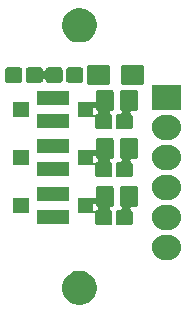
<source format=gbr>
G04 #@! TF.GenerationSoftware,KiCad,Pcbnew,(5.0.0)*
G04 #@! TF.CreationDate,2018-11-06T13:04:42+03:00*
G04 #@! TF.ProjectId,NeoP_6W,4E656F505F36572E6B696361645F7063,rev?*
G04 #@! TF.SameCoordinates,Original*
G04 #@! TF.FileFunction,Soldermask,Top*
G04 #@! TF.FilePolarity,Negative*
%FSLAX46Y46*%
G04 Gerber Fmt 4.6, Leading zero omitted, Abs format (unit mm)*
G04 Created by KiCad (PCBNEW (5.0.0)) date 11/06/18 13:04:42*
%MOMM*%
%LPD*%
G01*
G04 APERTURE LIST*
%ADD10C,0.100000*%
G04 APERTURE END LIST*
D10*
G36*
X114722947Y-99189722D02*
X114986833Y-99299027D01*
X115224324Y-99457713D01*
X115426287Y-99659676D01*
X115584973Y-99897167D01*
X115694278Y-100161053D01*
X115750000Y-100441186D01*
X115750000Y-100726814D01*
X115694278Y-101006947D01*
X115584973Y-101270833D01*
X115426287Y-101508324D01*
X115224324Y-101710287D01*
X114986833Y-101868973D01*
X114722947Y-101978278D01*
X114442814Y-102034000D01*
X114157186Y-102034000D01*
X113877053Y-101978278D01*
X113613167Y-101868973D01*
X113375676Y-101710287D01*
X113173713Y-101508324D01*
X113015027Y-101270833D01*
X112905722Y-101006947D01*
X112850000Y-100726814D01*
X112850000Y-100441186D01*
X112905722Y-100161053D01*
X113015027Y-99897167D01*
X113173713Y-99659676D01*
X113375676Y-99457713D01*
X113613167Y-99299027D01*
X113877053Y-99189722D01*
X114157186Y-99134000D01*
X114442814Y-99134000D01*
X114722947Y-99189722D01*
X114722947Y-99189722D01*
G37*
G36*
X122026903Y-96106789D02*
X122227391Y-96167607D01*
X122412164Y-96266369D01*
X122574118Y-96399282D01*
X122707031Y-96561236D01*
X122805793Y-96746009D01*
X122866611Y-96946497D01*
X122887146Y-97155000D01*
X122866611Y-97363503D01*
X122805793Y-97563991D01*
X122707031Y-97748764D01*
X122574118Y-97910718D01*
X122412164Y-98043631D01*
X122227391Y-98142393D01*
X122026903Y-98203211D01*
X121870651Y-98218600D01*
X121461349Y-98218600D01*
X121305097Y-98203211D01*
X121104609Y-98142393D01*
X120919836Y-98043631D01*
X120757882Y-97910718D01*
X120624969Y-97748764D01*
X120526207Y-97563991D01*
X120465389Y-97363503D01*
X120444854Y-97155000D01*
X120465389Y-96946497D01*
X120526207Y-96746009D01*
X120624969Y-96561236D01*
X120757882Y-96399282D01*
X120919836Y-96266369D01*
X121104609Y-96167607D01*
X121305097Y-96106789D01*
X121461349Y-96091400D01*
X121870651Y-96091400D01*
X122026903Y-96106789D01*
X122026903Y-96106789D01*
G37*
G36*
X122026903Y-93566789D02*
X122227391Y-93627607D01*
X122412164Y-93726369D01*
X122574118Y-93859282D01*
X122707031Y-94021236D01*
X122805793Y-94206009D01*
X122866611Y-94406497D01*
X122887146Y-94615000D01*
X122866611Y-94823503D01*
X122805793Y-95023991D01*
X122707031Y-95208764D01*
X122574118Y-95370718D01*
X122412164Y-95503631D01*
X122227391Y-95602393D01*
X122026903Y-95663211D01*
X121870651Y-95678600D01*
X121461349Y-95678600D01*
X121305097Y-95663211D01*
X121104609Y-95602393D01*
X120919836Y-95503631D01*
X120757882Y-95370718D01*
X120624969Y-95208764D01*
X120526207Y-95023991D01*
X120465389Y-94823503D01*
X120444854Y-94615000D01*
X120465389Y-94406497D01*
X120526207Y-94206009D01*
X120624969Y-94021236D01*
X120757882Y-93859282D01*
X120919836Y-93726369D01*
X121104609Y-93627607D01*
X121305097Y-93566789D01*
X121461349Y-93551400D01*
X121870651Y-93551400D01*
X122026903Y-93566789D01*
X122026903Y-93566789D01*
G37*
G36*
X119060530Y-91958710D02*
X119110379Y-91973831D01*
X119156311Y-91998382D01*
X119196574Y-92031426D01*
X119229618Y-92071689D01*
X119254169Y-92117621D01*
X119269290Y-92167470D01*
X119275000Y-92225444D01*
X119275000Y-93480556D01*
X119269290Y-93538530D01*
X119254169Y-93588379D01*
X119229618Y-93634311D01*
X119196574Y-93674574D01*
X119156311Y-93707618D01*
X119110379Y-93732169D01*
X119060530Y-93747290D01*
X119002556Y-93753000D01*
X118730040Y-93753000D01*
X118705654Y-93755402D01*
X118682205Y-93762515D01*
X118660594Y-93774066D01*
X118641652Y-93789612D01*
X118626106Y-93808554D01*
X118614555Y-93830165D01*
X118607442Y-93853614D01*
X118605040Y-93878000D01*
X118607442Y-93902386D01*
X118614555Y-93925835D01*
X118626106Y-93947446D01*
X118641652Y-93966388D01*
X118671115Y-93988240D01*
X118698444Y-94002848D01*
X118740027Y-94036973D01*
X118774154Y-94078558D01*
X118799507Y-94125990D01*
X118815123Y-94177470D01*
X118821000Y-94237140D01*
X118821000Y-95024860D01*
X118815123Y-95084530D01*
X118799507Y-95136010D01*
X118774154Y-95183442D01*
X118740027Y-95225027D01*
X118698442Y-95259154D01*
X118651010Y-95284507D01*
X118599530Y-95300123D01*
X118539860Y-95306000D01*
X117652140Y-95306000D01*
X117592470Y-95300123D01*
X117540990Y-95284507D01*
X117493558Y-95259154D01*
X117451973Y-95225027D01*
X117417846Y-95183442D01*
X117392493Y-95136010D01*
X117376877Y-95084530D01*
X117371000Y-95024860D01*
X117371000Y-94237140D01*
X117376877Y-94177470D01*
X117392493Y-94125990D01*
X117417846Y-94078558D01*
X117451973Y-94036973D01*
X117493558Y-94002846D01*
X117540990Y-93977493D01*
X117592470Y-93961877D01*
X117652140Y-93956000D01*
X117809353Y-93956000D01*
X117833739Y-93953598D01*
X117857188Y-93946485D01*
X117878799Y-93934934D01*
X117897741Y-93919388D01*
X117913287Y-93900446D01*
X117924838Y-93878835D01*
X117931951Y-93855386D01*
X117934353Y-93831000D01*
X117931951Y-93806614D01*
X117924838Y-93783165D01*
X117913287Y-93761554D01*
X117897741Y-93742612D01*
X117878799Y-93727066D01*
X117868277Y-93720759D01*
X117843686Y-93707615D01*
X117803426Y-93674574D01*
X117770382Y-93634311D01*
X117745831Y-93588379D01*
X117730710Y-93538530D01*
X117725000Y-93480556D01*
X117725000Y-92225444D01*
X117730710Y-92167470D01*
X117745831Y-92117621D01*
X117770382Y-92071689D01*
X117803426Y-92031426D01*
X117843689Y-91998382D01*
X117889621Y-91973831D01*
X117939470Y-91958710D01*
X117997444Y-91953000D01*
X119002556Y-91953000D01*
X119060530Y-91958710D01*
X119060530Y-91958710D01*
G37*
G36*
X117010530Y-91958710D02*
X117060379Y-91973831D01*
X117106311Y-91998382D01*
X117146574Y-92031426D01*
X117179618Y-92071689D01*
X117204169Y-92117621D01*
X117219290Y-92167470D01*
X117225000Y-92225444D01*
X117225000Y-93480556D01*
X117219290Y-93538530D01*
X117204169Y-93588379D01*
X117179618Y-93634311D01*
X117146574Y-93674574D01*
X117106311Y-93707618D01*
X117060379Y-93732169D01*
X117010530Y-93747290D01*
X116964466Y-93751827D01*
X116940433Y-93756608D01*
X116917794Y-93765985D01*
X116897419Y-93779599D01*
X116880092Y-93796926D01*
X116866479Y-93817301D01*
X116857101Y-93839940D01*
X116852321Y-93863973D01*
X116852321Y-93888478D01*
X116857102Y-93912511D01*
X116866479Y-93935150D01*
X116880093Y-93955525D01*
X116897420Y-93972852D01*
X116917794Y-93986465D01*
X116948444Y-94002848D01*
X116990027Y-94036973D01*
X117024154Y-94078558D01*
X117049507Y-94125990D01*
X117065123Y-94177470D01*
X117071000Y-94237140D01*
X117071000Y-95024860D01*
X117065123Y-95084530D01*
X117049507Y-95136010D01*
X117024154Y-95183442D01*
X116990027Y-95225027D01*
X116948442Y-95259154D01*
X116901010Y-95284507D01*
X116849530Y-95300123D01*
X116789860Y-95306000D01*
X115902140Y-95306000D01*
X115842470Y-95300123D01*
X115790990Y-95284507D01*
X115743558Y-95259154D01*
X115701973Y-95225027D01*
X115667846Y-95183442D01*
X115642493Y-95136010D01*
X115626877Y-95084530D01*
X115621000Y-95024860D01*
X115621000Y-94340000D01*
X115618598Y-94315614D01*
X115611485Y-94292165D01*
X115599934Y-94270554D01*
X115584388Y-94251612D01*
X115565446Y-94236066D01*
X115543835Y-94224515D01*
X115520386Y-94217402D01*
X115496000Y-94215000D01*
X114142000Y-94215000D01*
X114142000Y-93594291D01*
X115442000Y-93594291D01*
X115442000Y-94004400D01*
X115444402Y-94028786D01*
X115451515Y-94052235D01*
X115463066Y-94073846D01*
X115478612Y-94092788D01*
X115497554Y-94108334D01*
X115519165Y-94119885D01*
X115542614Y-94126998D01*
X115567000Y-94129400D01*
X115591386Y-94126998D01*
X115614835Y-94119885D01*
X115636446Y-94108334D01*
X115655388Y-94092788D01*
X115663627Y-94083699D01*
X115701973Y-94036973D01*
X115743558Y-94002846D01*
X115790990Y-93977493D01*
X115826031Y-93966864D01*
X115848670Y-93957487D01*
X115869044Y-93943873D01*
X115886372Y-93926546D01*
X115899986Y-93906171D01*
X115909363Y-93883532D01*
X115914144Y-93859499D01*
X115914144Y-93834995D01*
X115909364Y-93810961D01*
X115899987Y-93788322D01*
X115886373Y-93767948D01*
X115869046Y-93750620D01*
X115848671Y-93737006D01*
X115793688Y-93707617D01*
X115753426Y-93674574D01*
X115720382Y-93634311D01*
X115695831Y-93588379D01*
X115686618Y-93558006D01*
X115677241Y-93535367D01*
X115663627Y-93514993D01*
X115646300Y-93497665D01*
X115625925Y-93484051D01*
X115603287Y-93474674D01*
X115579253Y-93469893D01*
X115554749Y-93469893D01*
X115530715Y-93474673D01*
X115508076Y-93484050D01*
X115487702Y-93497664D01*
X115470374Y-93514991D01*
X115456760Y-93535366D01*
X115447383Y-93558004D01*
X115442602Y-93582038D01*
X115442000Y-93594291D01*
X114142000Y-93594291D01*
X114142000Y-93015000D01*
X115550000Y-93015000D01*
X115574386Y-93012598D01*
X115597835Y-93005485D01*
X115619446Y-92993934D01*
X115638388Y-92978388D01*
X115653934Y-92959446D01*
X115665485Y-92937835D01*
X115672598Y-92914386D01*
X115675000Y-92890000D01*
X115675000Y-92225444D01*
X115680710Y-92167470D01*
X115695831Y-92117621D01*
X115720382Y-92071689D01*
X115753426Y-92031426D01*
X115793689Y-91998382D01*
X115839621Y-91973831D01*
X115889470Y-91958710D01*
X115947444Y-91953000D01*
X116952556Y-91953000D01*
X117010530Y-91958710D01*
X117010530Y-91958710D01*
G37*
G36*
X113442000Y-95165000D02*
X110713000Y-95165000D01*
X110713000Y-93965000D01*
X113442000Y-93965000D01*
X113442000Y-95165000D01*
X113442000Y-95165000D01*
G37*
G36*
X110013000Y-94215000D02*
X108713000Y-94215000D01*
X108713000Y-93015000D01*
X110013000Y-93015000D01*
X110013000Y-94215000D01*
X110013000Y-94215000D01*
G37*
G36*
X113442000Y-93265000D02*
X110713000Y-93265000D01*
X110713000Y-92065000D01*
X113442000Y-92065000D01*
X113442000Y-93265000D01*
X113442000Y-93265000D01*
G37*
G36*
X122026903Y-91026789D02*
X122227391Y-91087607D01*
X122412164Y-91186369D01*
X122574118Y-91319282D01*
X122707031Y-91481236D01*
X122805793Y-91666009D01*
X122866611Y-91866497D01*
X122887146Y-92075000D01*
X122866611Y-92283503D01*
X122805793Y-92483991D01*
X122707031Y-92668764D01*
X122574118Y-92830718D01*
X122412164Y-92963631D01*
X122227391Y-93062393D01*
X122026903Y-93123211D01*
X121870651Y-93138600D01*
X121461349Y-93138600D01*
X121305097Y-93123211D01*
X121104609Y-93062393D01*
X120919836Y-92963631D01*
X120757882Y-92830718D01*
X120624969Y-92668764D01*
X120526207Y-92483991D01*
X120465389Y-92283503D01*
X120444854Y-92075000D01*
X120465389Y-91866497D01*
X120526207Y-91666009D01*
X120624969Y-91481236D01*
X120757882Y-91319282D01*
X120919836Y-91186369D01*
X121104609Y-91087607D01*
X121305097Y-91026789D01*
X121461349Y-91011400D01*
X121870651Y-91011400D01*
X122026903Y-91026789D01*
X122026903Y-91026789D01*
G37*
G36*
X117010530Y-87894710D02*
X117060379Y-87909831D01*
X117106311Y-87934382D01*
X117146574Y-87967426D01*
X117179618Y-88007689D01*
X117204169Y-88053621D01*
X117219290Y-88103470D01*
X117225000Y-88161444D01*
X117225000Y-89416556D01*
X117219290Y-89474530D01*
X117204169Y-89524379D01*
X117179618Y-89570311D01*
X117146574Y-89610574D01*
X117106311Y-89643618D01*
X117060379Y-89668169D01*
X117010530Y-89683290D01*
X116964466Y-89687827D01*
X116940433Y-89692608D01*
X116917794Y-89701985D01*
X116897419Y-89715599D01*
X116880092Y-89732926D01*
X116866479Y-89753301D01*
X116857101Y-89775940D01*
X116852321Y-89799973D01*
X116852321Y-89824478D01*
X116857102Y-89848511D01*
X116866479Y-89871150D01*
X116880093Y-89891525D01*
X116897420Y-89908852D01*
X116917794Y-89922465D01*
X116948444Y-89938848D01*
X116990027Y-89972973D01*
X117024154Y-90014558D01*
X117049507Y-90061990D01*
X117065123Y-90113470D01*
X117071000Y-90173140D01*
X117071000Y-90960860D01*
X117065123Y-91020530D01*
X117049507Y-91072010D01*
X117024154Y-91119442D01*
X116990027Y-91161027D01*
X116948442Y-91195154D01*
X116901010Y-91220507D01*
X116849530Y-91236123D01*
X116789860Y-91242000D01*
X115902140Y-91242000D01*
X115842470Y-91236123D01*
X115790990Y-91220507D01*
X115743558Y-91195154D01*
X115701973Y-91161027D01*
X115667846Y-91119442D01*
X115642493Y-91072010D01*
X115626877Y-91020530D01*
X115621000Y-90960860D01*
X115621000Y-90276000D01*
X115618598Y-90251614D01*
X115611485Y-90228165D01*
X115599934Y-90206554D01*
X115584388Y-90187612D01*
X115565446Y-90172066D01*
X115543835Y-90160515D01*
X115520386Y-90153402D01*
X115496000Y-90151000D01*
X114142000Y-90151000D01*
X114142000Y-89530291D01*
X115442000Y-89530291D01*
X115442000Y-89940400D01*
X115444402Y-89964786D01*
X115451515Y-89988235D01*
X115463066Y-90009846D01*
X115478612Y-90028788D01*
X115497554Y-90044334D01*
X115519165Y-90055885D01*
X115542614Y-90062998D01*
X115567000Y-90065400D01*
X115591386Y-90062998D01*
X115614835Y-90055885D01*
X115636446Y-90044334D01*
X115655388Y-90028788D01*
X115663627Y-90019699D01*
X115701973Y-89972973D01*
X115743558Y-89938846D01*
X115790990Y-89913493D01*
X115826031Y-89902864D01*
X115848670Y-89893487D01*
X115869044Y-89879873D01*
X115886372Y-89862546D01*
X115899986Y-89842171D01*
X115909363Y-89819532D01*
X115914144Y-89795499D01*
X115914144Y-89770995D01*
X115909364Y-89746961D01*
X115899987Y-89724322D01*
X115886373Y-89703948D01*
X115869046Y-89686620D01*
X115848671Y-89673006D01*
X115793688Y-89643617D01*
X115753426Y-89610574D01*
X115720382Y-89570311D01*
X115695831Y-89524379D01*
X115686618Y-89494006D01*
X115677241Y-89471367D01*
X115663627Y-89450993D01*
X115646300Y-89433665D01*
X115625925Y-89420051D01*
X115603287Y-89410674D01*
X115579253Y-89405893D01*
X115554749Y-89405893D01*
X115530715Y-89410673D01*
X115508076Y-89420050D01*
X115487702Y-89433664D01*
X115470374Y-89450991D01*
X115456760Y-89471366D01*
X115447383Y-89494004D01*
X115442602Y-89518038D01*
X115442000Y-89530291D01*
X114142000Y-89530291D01*
X114142000Y-88951000D01*
X115550000Y-88951000D01*
X115574386Y-88948598D01*
X115597835Y-88941485D01*
X115619446Y-88929934D01*
X115638388Y-88914388D01*
X115653934Y-88895446D01*
X115665485Y-88873835D01*
X115672598Y-88850386D01*
X115675000Y-88826000D01*
X115675000Y-88161444D01*
X115680710Y-88103470D01*
X115695831Y-88053621D01*
X115720382Y-88007689D01*
X115753426Y-87967426D01*
X115793689Y-87934382D01*
X115839621Y-87909831D01*
X115889470Y-87894710D01*
X115947444Y-87889000D01*
X116952556Y-87889000D01*
X117010530Y-87894710D01*
X117010530Y-87894710D01*
G37*
G36*
X119060530Y-87894710D02*
X119110379Y-87909831D01*
X119156311Y-87934382D01*
X119196574Y-87967426D01*
X119229618Y-88007689D01*
X119254169Y-88053621D01*
X119269290Y-88103470D01*
X119275000Y-88161444D01*
X119275000Y-89416556D01*
X119269290Y-89474530D01*
X119254169Y-89524379D01*
X119229618Y-89570311D01*
X119196574Y-89610574D01*
X119156311Y-89643618D01*
X119110379Y-89668169D01*
X119060530Y-89683290D01*
X119002556Y-89689000D01*
X118730040Y-89689000D01*
X118705654Y-89691402D01*
X118682205Y-89698515D01*
X118660594Y-89710066D01*
X118641652Y-89725612D01*
X118626106Y-89744554D01*
X118614555Y-89766165D01*
X118607442Y-89789614D01*
X118605040Y-89814000D01*
X118607442Y-89838386D01*
X118614555Y-89861835D01*
X118626106Y-89883446D01*
X118641652Y-89902388D01*
X118671115Y-89924240D01*
X118698444Y-89938848D01*
X118740027Y-89972973D01*
X118774154Y-90014558D01*
X118799507Y-90061990D01*
X118815123Y-90113470D01*
X118821000Y-90173140D01*
X118821000Y-90960860D01*
X118815123Y-91020530D01*
X118799507Y-91072010D01*
X118774154Y-91119442D01*
X118740027Y-91161027D01*
X118698442Y-91195154D01*
X118651010Y-91220507D01*
X118599530Y-91236123D01*
X118539860Y-91242000D01*
X117652140Y-91242000D01*
X117592470Y-91236123D01*
X117540990Y-91220507D01*
X117493558Y-91195154D01*
X117451973Y-91161027D01*
X117417846Y-91119442D01*
X117392493Y-91072010D01*
X117376877Y-91020530D01*
X117371000Y-90960860D01*
X117371000Y-90173140D01*
X117376877Y-90113470D01*
X117392493Y-90061990D01*
X117417846Y-90014558D01*
X117451973Y-89972973D01*
X117493558Y-89938846D01*
X117540990Y-89913493D01*
X117592470Y-89897877D01*
X117652140Y-89892000D01*
X117809353Y-89892000D01*
X117833739Y-89889598D01*
X117857188Y-89882485D01*
X117878799Y-89870934D01*
X117897741Y-89855388D01*
X117913287Y-89836446D01*
X117924838Y-89814835D01*
X117931951Y-89791386D01*
X117934353Y-89767000D01*
X117931951Y-89742614D01*
X117924838Y-89719165D01*
X117913287Y-89697554D01*
X117897741Y-89678612D01*
X117878799Y-89663066D01*
X117868277Y-89656759D01*
X117843686Y-89643615D01*
X117803426Y-89610574D01*
X117770382Y-89570311D01*
X117745831Y-89524379D01*
X117730710Y-89474530D01*
X117725000Y-89416556D01*
X117725000Y-88161444D01*
X117730710Y-88103470D01*
X117745831Y-88053621D01*
X117770382Y-88007689D01*
X117803426Y-87967426D01*
X117843689Y-87934382D01*
X117889621Y-87909831D01*
X117939470Y-87894710D01*
X117997444Y-87889000D01*
X119002556Y-87889000D01*
X119060530Y-87894710D01*
X119060530Y-87894710D01*
G37*
G36*
X113442000Y-91101000D02*
X110713000Y-91101000D01*
X110713000Y-89901000D01*
X113442000Y-89901000D01*
X113442000Y-91101000D01*
X113442000Y-91101000D01*
G37*
G36*
X122026903Y-88486789D02*
X122227391Y-88547607D01*
X122412164Y-88646369D01*
X122574118Y-88779282D01*
X122707031Y-88941236D01*
X122805793Y-89126009D01*
X122866611Y-89326497D01*
X122887146Y-89535000D01*
X122866611Y-89743503D01*
X122805793Y-89943991D01*
X122707031Y-90128764D01*
X122574118Y-90290718D01*
X122412164Y-90423631D01*
X122227391Y-90522393D01*
X122026903Y-90583211D01*
X121870651Y-90598600D01*
X121461349Y-90598600D01*
X121305097Y-90583211D01*
X121104609Y-90522393D01*
X120919836Y-90423631D01*
X120757882Y-90290718D01*
X120624969Y-90128764D01*
X120526207Y-89943991D01*
X120465389Y-89743503D01*
X120444854Y-89535000D01*
X120465389Y-89326497D01*
X120526207Y-89126009D01*
X120624969Y-88941236D01*
X120757882Y-88779282D01*
X120919836Y-88646369D01*
X121104609Y-88547607D01*
X121305097Y-88486789D01*
X121461349Y-88471400D01*
X121870651Y-88471400D01*
X122026903Y-88486789D01*
X122026903Y-88486789D01*
G37*
G36*
X110013000Y-90151000D02*
X108713000Y-90151000D01*
X108713000Y-88951000D01*
X110013000Y-88951000D01*
X110013000Y-90151000D01*
X110013000Y-90151000D01*
G37*
G36*
X113442000Y-89201000D02*
X110713000Y-89201000D01*
X110713000Y-88001000D01*
X113442000Y-88001000D01*
X113442000Y-89201000D01*
X113442000Y-89201000D01*
G37*
G36*
X122026903Y-85946789D02*
X122227391Y-86007607D01*
X122412164Y-86106369D01*
X122574118Y-86239282D01*
X122707031Y-86401236D01*
X122805793Y-86586009D01*
X122866611Y-86786497D01*
X122887146Y-86995000D01*
X122866611Y-87203503D01*
X122805793Y-87403991D01*
X122707031Y-87588764D01*
X122574118Y-87750718D01*
X122412164Y-87883631D01*
X122227391Y-87982393D01*
X122026903Y-88043211D01*
X121870651Y-88058600D01*
X121461349Y-88058600D01*
X121305097Y-88043211D01*
X121104609Y-87982393D01*
X120919836Y-87883631D01*
X120757882Y-87750718D01*
X120624969Y-87588764D01*
X120526207Y-87403991D01*
X120465389Y-87203503D01*
X120444854Y-86995000D01*
X120465389Y-86786497D01*
X120526207Y-86586009D01*
X120624969Y-86401236D01*
X120757882Y-86239282D01*
X120919836Y-86106369D01*
X121104609Y-86007607D01*
X121305097Y-85946789D01*
X121461349Y-85931400D01*
X121870651Y-85931400D01*
X122026903Y-85946789D01*
X122026903Y-85946789D01*
G37*
G36*
X119060530Y-83830710D02*
X119110379Y-83845831D01*
X119156311Y-83870382D01*
X119196574Y-83903426D01*
X119229618Y-83943689D01*
X119254169Y-83989621D01*
X119269290Y-84039470D01*
X119275000Y-84097444D01*
X119275000Y-85352556D01*
X119269290Y-85410530D01*
X119254169Y-85460379D01*
X119229618Y-85506311D01*
X119196574Y-85546574D01*
X119156311Y-85579618D01*
X119110379Y-85604169D01*
X119060530Y-85619290D01*
X119002556Y-85625000D01*
X118730040Y-85625000D01*
X118705654Y-85627402D01*
X118682205Y-85634515D01*
X118660594Y-85646066D01*
X118641652Y-85661612D01*
X118626106Y-85680554D01*
X118614555Y-85702165D01*
X118607442Y-85725614D01*
X118605040Y-85750000D01*
X118607442Y-85774386D01*
X118614555Y-85797835D01*
X118626106Y-85819446D01*
X118641652Y-85838388D01*
X118671115Y-85860240D01*
X118698444Y-85874848D01*
X118740027Y-85908973D01*
X118774154Y-85950558D01*
X118799507Y-85997990D01*
X118815123Y-86049470D01*
X118821000Y-86109140D01*
X118821000Y-86896860D01*
X118815123Y-86956530D01*
X118799507Y-87008010D01*
X118774154Y-87055442D01*
X118740027Y-87097027D01*
X118698442Y-87131154D01*
X118651010Y-87156507D01*
X118599530Y-87172123D01*
X118539860Y-87178000D01*
X117652140Y-87178000D01*
X117592470Y-87172123D01*
X117540990Y-87156507D01*
X117493558Y-87131154D01*
X117451973Y-87097027D01*
X117417846Y-87055442D01*
X117392493Y-87008010D01*
X117376877Y-86956530D01*
X117371000Y-86896860D01*
X117371000Y-86109140D01*
X117376877Y-86049470D01*
X117392493Y-85997990D01*
X117417846Y-85950558D01*
X117451973Y-85908973D01*
X117493558Y-85874846D01*
X117540990Y-85849493D01*
X117592470Y-85833877D01*
X117652140Y-85828000D01*
X117809353Y-85828000D01*
X117833739Y-85825598D01*
X117857188Y-85818485D01*
X117878799Y-85806934D01*
X117897741Y-85791388D01*
X117913287Y-85772446D01*
X117924838Y-85750835D01*
X117931951Y-85727386D01*
X117934353Y-85703000D01*
X117931951Y-85678614D01*
X117924838Y-85655165D01*
X117913287Y-85633554D01*
X117897741Y-85614612D01*
X117878799Y-85599066D01*
X117868277Y-85592759D01*
X117843686Y-85579615D01*
X117803426Y-85546574D01*
X117770382Y-85506311D01*
X117745831Y-85460379D01*
X117730710Y-85410530D01*
X117725000Y-85352556D01*
X117725000Y-84097444D01*
X117730710Y-84039470D01*
X117745831Y-83989621D01*
X117770382Y-83943689D01*
X117803426Y-83903426D01*
X117843689Y-83870382D01*
X117889621Y-83845831D01*
X117939470Y-83830710D01*
X117997444Y-83825000D01*
X119002556Y-83825000D01*
X119060530Y-83830710D01*
X119060530Y-83830710D01*
G37*
G36*
X117010530Y-83830710D02*
X117060379Y-83845831D01*
X117106311Y-83870382D01*
X117146574Y-83903426D01*
X117179618Y-83943689D01*
X117204169Y-83989621D01*
X117219290Y-84039470D01*
X117225000Y-84097444D01*
X117225000Y-85352556D01*
X117219290Y-85410530D01*
X117204169Y-85460379D01*
X117179618Y-85506311D01*
X117146574Y-85546574D01*
X117106311Y-85579618D01*
X117060379Y-85604169D01*
X117010530Y-85619290D01*
X116964466Y-85623827D01*
X116940433Y-85628608D01*
X116917794Y-85637985D01*
X116897419Y-85651599D01*
X116880092Y-85668926D01*
X116866479Y-85689301D01*
X116857101Y-85711940D01*
X116852321Y-85735973D01*
X116852321Y-85760478D01*
X116857102Y-85784511D01*
X116866479Y-85807150D01*
X116880093Y-85827525D01*
X116897420Y-85844852D01*
X116917794Y-85858465D01*
X116948444Y-85874848D01*
X116990027Y-85908973D01*
X117024154Y-85950558D01*
X117049507Y-85997990D01*
X117065123Y-86049470D01*
X117071000Y-86109140D01*
X117071000Y-86896860D01*
X117065123Y-86956530D01*
X117049507Y-87008010D01*
X117024154Y-87055442D01*
X116990027Y-87097027D01*
X116948442Y-87131154D01*
X116901010Y-87156507D01*
X116849530Y-87172123D01*
X116789860Y-87178000D01*
X115902140Y-87178000D01*
X115842470Y-87172123D01*
X115790990Y-87156507D01*
X115743558Y-87131154D01*
X115701973Y-87097027D01*
X115667846Y-87055442D01*
X115642493Y-87008010D01*
X115626877Y-86956530D01*
X115621000Y-86896860D01*
X115621000Y-86212000D01*
X115618598Y-86187614D01*
X115611485Y-86164165D01*
X115599934Y-86142554D01*
X115584388Y-86123612D01*
X115565446Y-86108066D01*
X115543835Y-86096515D01*
X115520386Y-86089402D01*
X115496000Y-86087000D01*
X114142000Y-86087000D01*
X114142000Y-85466291D01*
X115442000Y-85466291D01*
X115442000Y-85876400D01*
X115444402Y-85900786D01*
X115451515Y-85924235D01*
X115463066Y-85945846D01*
X115478612Y-85964788D01*
X115497554Y-85980334D01*
X115519165Y-85991885D01*
X115542614Y-85998998D01*
X115567000Y-86001400D01*
X115591386Y-85998998D01*
X115614835Y-85991885D01*
X115636446Y-85980334D01*
X115655388Y-85964788D01*
X115663627Y-85955699D01*
X115701973Y-85908973D01*
X115743558Y-85874846D01*
X115790990Y-85849493D01*
X115826031Y-85838864D01*
X115848670Y-85829487D01*
X115869044Y-85815873D01*
X115886372Y-85798546D01*
X115899986Y-85778171D01*
X115909363Y-85755532D01*
X115914144Y-85731499D01*
X115914144Y-85706995D01*
X115909364Y-85682961D01*
X115899987Y-85660322D01*
X115886373Y-85639948D01*
X115869046Y-85622620D01*
X115848671Y-85609006D01*
X115793688Y-85579617D01*
X115753426Y-85546574D01*
X115720382Y-85506311D01*
X115695831Y-85460379D01*
X115686618Y-85430006D01*
X115677241Y-85407367D01*
X115663627Y-85386993D01*
X115646300Y-85369665D01*
X115625925Y-85356051D01*
X115603287Y-85346674D01*
X115579253Y-85341893D01*
X115554749Y-85341893D01*
X115530715Y-85346673D01*
X115508076Y-85356050D01*
X115487702Y-85369664D01*
X115470374Y-85386991D01*
X115456760Y-85407366D01*
X115447383Y-85430004D01*
X115442602Y-85454038D01*
X115442000Y-85466291D01*
X114142000Y-85466291D01*
X114142000Y-84887000D01*
X115550000Y-84887000D01*
X115574386Y-84884598D01*
X115597835Y-84877485D01*
X115619446Y-84865934D01*
X115638388Y-84850388D01*
X115653934Y-84831446D01*
X115665485Y-84809835D01*
X115672598Y-84786386D01*
X115675000Y-84762000D01*
X115675000Y-84097444D01*
X115680710Y-84039470D01*
X115695831Y-83989621D01*
X115720382Y-83943689D01*
X115753426Y-83903426D01*
X115793689Y-83870382D01*
X115839621Y-83845831D01*
X115889470Y-83830710D01*
X115947444Y-83825000D01*
X116952556Y-83825000D01*
X117010530Y-83830710D01*
X117010530Y-83830710D01*
G37*
G36*
X113442000Y-87037000D02*
X110713000Y-87037000D01*
X110713000Y-85837000D01*
X113442000Y-85837000D01*
X113442000Y-87037000D01*
X113442000Y-87037000D01*
G37*
G36*
X110013000Y-86087000D02*
X108713000Y-86087000D01*
X108713000Y-84887000D01*
X110013000Y-84887000D01*
X110013000Y-86087000D01*
X110013000Y-86087000D01*
G37*
G36*
X122882000Y-85518600D02*
X120450000Y-85518600D01*
X120450000Y-83391400D01*
X122882000Y-83391400D01*
X122882000Y-85518600D01*
X122882000Y-85518600D01*
G37*
G36*
X113442000Y-85137000D02*
X110713000Y-85137000D01*
X110713000Y-83937000D01*
X113442000Y-83937000D01*
X113442000Y-85137000D01*
X113442000Y-85137000D01*
G37*
G36*
X119575378Y-81696308D02*
X119621302Y-81710239D01*
X119663615Y-81732855D01*
X119700705Y-81763295D01*
X119731145Y-81800385D01*
X119753761Y-81842698D01*
X119767692Y-81888622D01*
X119773000Y-81942511D01*
X119773000Y-83189489D01*
X119767692Y-83243378D01*
X119753761Y-83289302D01*
X119731145Y-83331615D01*
X119700705Y-83368705D01*
X119663615Y-83399145D01*
X119621302Y-83421761D01*
X119575378Y-83435692D01*
X119521489Y-83441000D01*
X118049511Y-83441000D01*
X117995622Y-83435692D01*
X117949698Y-83421761D01*
X117907385Y-83399145D01*
X117870295Y-83368705D01*
X117839855Y-83331615D01*
X117817239Y-83289302D01*
X117803308Y-83243378D01*
X117798000Y-83189489D01*
X117798000Y-81942511D01*
X117803308Y-81888622D01*
X117817239Y-81842698D01*
X117839855Y-81800385D01*
X117870295Y-81763295D01*
X117907385Y-81732855D01*
X117949698Y-81710239D01*
X117995622Y-81696308D01*
X118049511Y-81691000D01*
X119521489Y-81691000D01*
X119575378Y-81696308D01*
X119575378Y-81696308D01*
G37*
G36*
X116700378Y-81696308D02*
X116746302Y-81710239D01*
X116788615Y-81732855D01*
X116825705Y-81763295D01*
X116856145Y-81800385D01*
X116878761Y-81842698D01*
X116892692Y-81888622D01*
X116898000Y-81942511D01*
X116898000Y-83189489D01*
X116892692Y-83243378D01*
X116878761Y-83289302D01*
X116856145Y-83331615D01*
X116825705Y-83368705D01*
X116788615Y-83399145D01*
X116746302Y-83421761D01*
X116700378Y-83435692D01*
X116646489Y-83441000D01*
X115174511Y-83441000D01*
X115120622Y-83435692D01*
X115074698Y-83421761D01*
X115032385Y-83399145D01*
X114995295Y-83368705D01*
X114964855Y-83331615D01*
X114942239Y-83289302D01*
X114928308Y-83243378D01*
X114923000Y-83189489D01*
X114923000Y-81942511D01*
X114928308Y-81888622D01*
X114942239Y-81842698D01*
X114964855Y-81800385D01*
X114995295Y-81763295D01*
X115032385Y-81732855D01*
X115074698Y-81710239D01*
X115120622Y-81696308D01*
X115174511Y-81691000D01*
X116646489Y-81691000D01*
X116700378Y-81696308D01*
X116700378Y-81696308D01*
G37*
G36*
X110979530Y-81896877D02*
X111031010Y-81912493D01*
X111078442Y-81937846D01*
X111120027Y-81971973D01*
X111154154Y-82013558D01*
X111179507Y-82060990D01*
X111195882Y-82114972D01*
X111205260Y-82137611D01*
X111218874Y-82157986D01*
X111236201Y-82175313D01*
X111256575Y-82188927D01*
X111279214Y-82198305D01*
X111303248Y-82203085D01*
X111327752Y-82203085D01*
X111351785Y-82198305D01*
X111374424Y-82188927D01*
X111394799Y-82175313D01*
X111412126Y-82157986D01*
X111425740Y-82137612D01*
X111435118Y-82114972D01*
X111451493Y-82060990D01*
X111476846Y-82013558D01*
X111510973Y-81971973D01*
X111552558Y-81937846D01*
X111599990Y-81912493D01*
X111651470Y-81896877D01*
X111711140Y-81891000D01*
X112598860Y-81891000D01*
X112658530Y-81896877D01*
X112710010Y-81912493D01*
X112757442Y-81937846D01*
X112799027Y-81971973D01*
X112833154Y-82013558D01*
X112858507Y-82060990D01*
X112874123Y-82112470D01*
X112880000Y-82172140D01*
X112880000Y-82959860D01*
X112874123Y-83019530D01*
X112858507Y-83071010D01*
X112833154Y-83118442D01*
X112799027Y-83160027D01*
X112757442Y-83194154D01*
X112710010Y-83219507D01*
X112658530Y-83235123D01*
X112598860Y-83241000D01*
X111711140Y-83241000D01*
X111651470Y-83235123D01*
X111599990Y-83219507D01*
X111552558Y-83194154D01*
X111510973Y-83160027D01*
X111476846Y-83118442D01*
X111451493Y-83071010D01*
X111435118Y-83017028D01*
X111425740Y-82994389D01*
X111412126Y-82974014D01*
X111394799Y-82956687D01*
X111374425Y-82943073D01*
X111351786Y-82933695D01*
X111327752Y-82928915D01*
X111303248Y-82928915D01*
X111279215Y-82933695D01*
X111256576Y-82943073D01*
X111236201Y-82956687D01*
X111218874Y-82974014D01*
X111205260Y-82994388D01*
X111195882Y-83017028D01*
X111179507Y-83071010D01*
X111154154Y-83118442D01*
X111120027Y-83160027D01*
X111078442Y-83194154D01*
X111031010Y-83219507D01*
X110979530Y-83235123D01*
X110919860Y-83241000D01*
X110032140Y-83241000D01*
X109972470Y-83235123D01*
X109920990Y-83219507D01*
X109873558Y-83194154D01*
X109831973Y-83160027D01*
X109797846Y-83118442D01*
X109772493Y-83071010D01*
X109756877Y-83019530D01*
X109751000Y-82959860D01*
X109751000Y-82172140D01*
X109756877Y-82112470D01*
X109772493Y-82060990D01*
X109797846Y-82013558D01*
X109831973Y-81971973D01*
X109873558Y-81937846D01*
X109920990Y-81912493D01*
X109972470Y-81896877D01*
X110032140Y-81891000D01*
X110919860Y-81891000D01*
X110979530Y-81896877D01*
X110979530Y-81896877D01*
G37*
G36*
X114408530Y-81896877D02*
X114460010Y-81912493D01*
X114507442Y-81937846D01*
X114549027Y-81971973D01*
X114583154Y-82013558D01*
X114608507Y-82060990D01*
X114624123Y-82112470D01*
X114630000Y-82172140D01*
X114630000Y-82959860D01*
X114624123Y-83019530D01*
X114608507Y-83071010D01*
X114583154Y-83118442D01*
X114549027Y-83160027D01*
X114507442Y-83194154D01*
X114460010Y-83219507D01*
X114408530Y-83235123D01*
X114348860Y-83241000D01*
X113461140Y-83241000D01*
X113401470Y-83235123D01*
X113349990Y-83219507D01*
X113302558Y-83194154D01*
X113260973Y-83160027D01*
X113226846Y-83118442D01*
X113201493Y-83071010D01*
X113185877Y-83019530D01*
X113180000Y-82959860D01*
X113180000Y-82172140D01*
X113185877Y-82112470D01*
X113201493Y-82060990D01*
X113226846Y-82013558D01*
X113260973Y-81971973D01*
X113302558Y-81937846D01*
X113349990Y-81912493D01*
X113401470Y-81896877D01*
X113461140Y-81891000D01*
X114348860Y-81891000D01*
X114408530Y-81896877D01*
X114408530Y-81896877D01*
G37*
G36*
X109229530Y-81896877D02*
X109281010Y-81912493D01*
X109328442Y-81937846D01*
X109370027Y-81971973D01*
X109404154Y-82013558D01*
X109429507Y-82060990D01*
X109445123Y-82112470D01*
X109451000Y-82172140D01*
X109451000Y-82959860D01*
X109445123Y-83019530D01*
X109429507Y-83071010D01*
X109404154Y-83118442D01*
X109370027Y-83160027D01*
X109328442Y-83194154D01*
X109281010Y-83219507D01*
X109229530Y-83235123D01*
X109169860Y-83241000D01*
X108282140Y-83241000D01*
X108222470Y-83235123D01*
X108170990Y-83219507D01*
X108123558Y-83194154D01*
X108081973Y-83160027D01*
X108047846Y-83118442D01*
X108022493Y-83071010D01*
X108006877Y-83019530D01*
X108001000Y-82959860D01*
X108001000Y-82172140D01*
X108006877Y-82112470D01*
X108022493Y-82060990D01*
X108047846Y-82013558D01*
X108081973Y-81971973D01*
X108123558Y-81937846D01*
X108170990Y-81912493D01*
X108222470Y-81896877D01*
X108282140Y-81891000D01*
X109169860Y-81891000D01*
X109229530Y-81896877D01*
X109229530Y-81896877D01*
G37*
G36*
X114722947Y-76964722D02*
X114986833Y-77074027D01*
X115224324Y-77232713D01*
X115426287Y-77434676D01*
X115584973Y-77672167D01*
X115694278Y-77936053D01*
X115750000Y-78216186D01*
X115750000Y-78501814D01*
X115694278Y-78781947D01*
X115584973Y-79045833D01*
X115426287Y-79283324D01*
X115224324Y-79485287D01*
X114986833Y-79643973D01*
X114722947Y-79753278D01*
X114442814Y-79809000D01*
X114157186Y-79809000D01*
X113877053Y-79753278D01*
X113613167Y-79643973D01*
X113375676Y-79485287D01*
X113173713Y-79283324D01*
X113015027Y-79045833D01*
X112905722Y-78781947D01*
X112850000Y-78501814D01*
X112850000Y-78216186D01*
X112905722Y-77936053D01*
X113015027Y-77672167D01*
X113173713Y-77434676D01*
X113375676Y-77232713D01*
X113613167Y-77074027D01*
X113877053Y-76964722D01*
X114157186Y-76909000D01*
X114442814Y-76909000D01*
X114722947Y-76964722D01*
X114722947Y-76964722D01*
G37*
M02*

</source>
